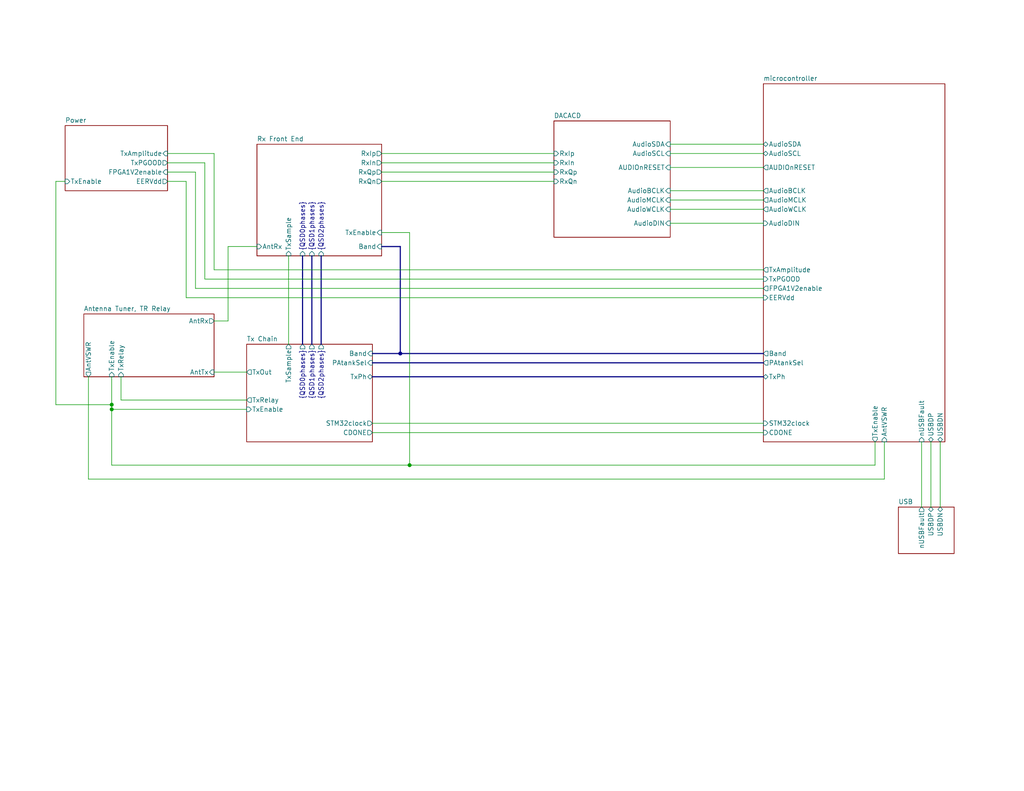
<source format=kicad_sch>
(kicad_sch
	(version 20250114)
	(generator "eeschema")
	(generator_version "9.0")
	(uuid "8ae46c04-d01a-4756-8774-512b694bfaff")
	(paper "USLetter")
	(title_block
		(title "Top Level")
		(date "2025-08-10")
		(company "WB7NAB")
		(comment 1 "Alan Mimms")
	)
	(lib_symbols)
	(bus_alias "Band"
		(members "160m" "80m" "60m" "40m" "30m" "20m" "17m" "15m" "12m" "10m")
	)
	(junction
		(at 30.48 110.49)
		(diameter 0)
		(color 0 0 0 0)
		(uuid "29b9a641-d4bf-48b2-b543-3f81c14221b8")
	)
	(junction
		(at 111.76 127)
		(diameter 0)
		(color 0 0 0 0)
		(uuid "51231d7a-0f8d-4f76-81a5-0bd0f34d0f24")
	)
	(junction
		(at 30.48 111.76)
		(diameter 0)
		(color 0 0 0 0)
		(uuid "f5f3abce-fecf-4441-b786-9f9d061c18c1")
	)
	(junction
		(at 109.22 96.52)
		(diameter 0)
		(color 0 0 0 0)
		(uuid "f97e36ab-1b1f-4a51-bf0e-801273913add")
	)
	(wire
		(pts
			(xy 111.76 127) (xy 238.76 127)
		)
		(stroke
			(width 0)
			(type default)
		)
		(uuid "01384a73-3254-41bc-97e3-a33fd9ccb041")
	)
	(wire
		(pts
			(xy 50.8 49.53) (xy 45.72 49.53)
		)
		(stroke
			(width 0)
			(type default)
		)
		(uuid "06531d11-19fe-4061-b304-d090a69ef845")
	)
	(wire
		(pts
			(xy 67.31 109.22) (xy 33.02 109.22)
		)
		(stroke
			(width 0)
			(type default)
		)
		(uuid "074d19fb-75c0-45e0-a292-33dd2c3d15a4")
	)
	(wire
		(pts
			(xy 55.88 76.2) (xy 55.88 44.45)
		)
		(stroke
			(width 0)
			(type default)
		)
		(uuid "087aa400-e84d-4b2d-9dda-43ae3014f9c1")
	)
	(wire
		(pts
			(xy 53.34 46.99) (xy 53.34 78.74)
		)
		(stroke
			(width 0)
			(type default)
		)
		(uuid "17a6b399-ea9b-438f-a1ab-6d517689edeb")
	)
	(wire
		(pts
			(xy 62.23 67.31) (xy 62.23 87.63)
		)
		(stroke
			(width 0)
			(type default)
		)
		(uuid "191658a4-f40a-4e54-989e-7ce212bcd7ff")
	)
	(wire
		(pts
			(xy 58.42 73.66) (xy 58.42 41.91)
		)
		(stroke
			(width 0)
			(type default)
		)
		(uuid "28b7a1ed-6a2b-42c8-8ee0-a687b7233afa")
	)
	(wire
		(pts
			(xy 30.48 102.87) (xy 30.48 110.49)
		)
		(stroke
			(width 0)
			(type default)
		)
		(uuid "2a11caa1-0bb4-4db7-bc11-5b39598d2fcc")
	)
	(wire
		(pts
			(xy 58.42 101.6) (xy 67.31 101.6)
		)
		(stroke
			(width 0)
			(type default)
		)
		(uuid "2b38e887-83d5-4a9d-ba15-b54c2da8b44d")
	)
	(wire
		(pts
			(xy 30.48 110.49) (xy 30.48 111.76)
		)
		(stroke
			(width 0)
			(type default)
		)
		(uuid "2d090188-7ef3-4b2f-a940-dcd5bf7d77c9")
	)
	(wire
		(pts
			(xy 104.14 46.99) (xy 151.13 46.99)
		)
		(stroke
			(width 0)
			(type default)
		)
		(uuid "2edbdfe8-3ee8-4f85-ac28-e5a2b3236e68")
	)
	(wire
		(pts
			(xy 30.48 111.76) (xy 67.31 111.76)
		)
		(stroke
			(width 0)
			(type default)
		)
		(uuid "355fe3df-87dd-422c-9fed-c0443311d7ad")
	)
	(wire
		(pts
			(xy 30.48 127) (xy 30.48 111.76)
		)
		(stroke
			(width 0)
			(type default)
		)
		(uuid "3584cd0d-2914-42ff-a24a-bdd516366eb7")
	)
	(wire
		(pts
			(xy 33.02 109.22) (xy 33.02 102.87)
		)
		(stroke
			(width 0)
			(type default)
		)
		(uuid "362fe088-c4f3-4971-b249-bda8fccf6528")
	)
	(wire
		(pts
			(xy 182.88 60.96) (xy 208.28 60.96)
		)
		(stroke
			(width 0)
			(type default)
		)
		(uuid "3a8ec06f-59b4-493b-bc13-3f7a3757eeff")
	)
	(wire
		(pts
			(xy 182.88 57.15) (xy 208.28 57.15)
		)
		(stroke
			(width 0)
			(type default)
		)
		(uuid "3b2f6d97-51f0-4ee9-b7df-ead96c745b1b")
	)
	(wire
		(pts
			(xy 182.88 45.72) (xy 208.28 45.72)
		)
		(stroke
			(width 0)
			(type default)
		)
		(uuid "477ce4f9-6fce-4dec-8127-0b788b203bc3")
	)
	(bus
		(pts
			(xy 101.6 99.06) (xy 208.28 99.06)
		)
		(stroke
			(width 0)
			(type default)
		)
		(uuid "4b933fd3-3ee4-43f1-8866-c61ba2039085")
	)
	(bus
		(pts
			(xy 101.6 102.87) (xy 208.28 102.87)
		)
		(stroke
			(width 0)
			(type default)
		)
		(uuid "4e057f19-bc02-4fb4-93a9-688a0ca2176f")
	)
	(wire
		(pts
			(xy 24.13 130.81) (xy 24.13 102.87)
		)
		(stroke
			(width 0)
			(type default)
		)
		(uuid "4e97ac2d-3c3f-46fd-9948-e376ff752f71")
	)
	(wire
		(pts
			(xy 182.88 52.07) (xy 208.28 52.07)
		)
		(stroke
			(width 0)
			(type default)
		)
		(uuid "59b8493b-3559-4f23-a9d9-23190f7e93c5")
	)
	(bus
		(pts
			(xy 104.14 67.31) (xy 109.22 67.31)
		)
		(stroke
			(width 0)
			(type default)
		)
		(uuid "59bcb18a-ac7d-4e04-90af-d6cb014e99e1")
	)
	(wire
		(pts
			(xy 208.28 73.66) (xy 58.42 73.66)
		)
		(stroke
			(width 0)
			(type default)
		)
		(uuid "60b08751-160b-4533-bba2-c53e09ec7858")
	)
	(wire
		(pts
			(xy 254 120.65) (xy 254 138.43)
		)
		(stroke
			(width 0)
			(type default)
		)
		(uuid "67b2c4fa-5f4f-4054-af0a-03483f5518dc")
	)
	(wire
		(pts
			(xy 256.54 120.65) (xy 256.54 138.43)
		)
		(stroke
			(width 0)
			(type default)
		)
		(uuid "6b51f6fb-3118-4a96-aa94-06911b7eaac9")
	)
	(wire
		(pts
			(xy 182.88 54.61) (xy 208.28 54.61)
		)
		(stroke
			(width 0)
			(type default)
		)
		(uuid "754570bd-3d31-4c1f-b6e8-5ab9ae5229a0")
	)
	(wire
		(pts
			(xy 15.24 110.49) (xy 30.48 110.49)
		)
		(stroke
			(width 0)
			(type default)
		)
		(uuid "78418ebe-da14-4493-bf20-8ce55261b6f4")
	)
	(wire
		(pts
			(xy 241.3 130.81) (xy 241.3 120.65)
		)
		(stroke
			(width 0)
			(type default)
		)
		(uuid "7c958811-e36c-4387-8153-bd2a69b2203f")
	)
	(wire
		(pts
			(xy 238.76 120.65) (xy 238.76 127)
		)
		(stroke
			(width 0)
			(type default)
		)
		(uuid "854ee2f1-2921-49d5-86e8-09d73b88f42a")
	)
	(wire
		(pts
			(xy 17.78 49.53) (xy 15.24 49.53)
		)
		(stroke
			(width 0)
			(type default)
		)
		(uuid "8e7f031f-5f26-495d-971b-d3c09633590e")
	)
	(wire
		(pts
			(xy 30.48 127) (xy 111.76 127)
		)
		(stroke
			(width 0)
			(type default)
		)
		(uuid "8ecde796-6442-4070-a1cb-60247d4db2ac")
	)
	(wire
		(pts
			(xy 182.88 41.91) (xy 208.28 41.91)
		)
		(stroke
			(width 0)
			(type default)
		)
		(uuid "92c57cd0-26ac-4026-9c4e-621fd70d4a52")
	)
	(bus
		(pts
			(xy 82.55 69.85) (xy 82.55 93.98)
		)
		(stroke
			(width 0)
			(type default)
		)
		(uuid "97002148-9ddd-4a8b-85b8-4de2cd77966b")
	)
	(wire
		(pts
			(xy 182.88 39.37) (xy 208.28 39.37)
		)
		(stroke
			(width 0)
			(type default)
		)
		(uuid "9a100653-ad87-46a7-953f-7ba99d23176f")
	)
	(bus
		(pts
			(xy 109.22 67.31) (xy 109.22 96.52)
		)
		(stroke
			(width 0)
			(type default)
		)
		(uuid "9eb5288b-0dee-4db9-8b34-c9731d143a3e")
	)
	(wire
		(pts
			(xy 45.72 41.91) (xy 58.42 41.91)
		)
		(stroke
			(width 0)
			(type default)
		)
		(uuid "a2e6489a-1fb0-40f3-ad2d-2a47eec5620d")
	)
	(wire
		(pts
			(xy 45.72 44.45) (xy 55.88 44.45)
		)
		(stroke
			(width 0)
			(type default)
		)
		(uuid "a48ec57f-948b-4198-8b5e-12d2f18607ce")
	)
	(wire
		(pts
			(xy 50.8 81.28) (xy 50.8 49.53)
		)
		(stroke
			(width 0)
			(type default)
		)
		(uuid "aa955503-a7e9-487c-931f-7d104b4685f4")
	)
	(bus
		(pts
			(xy 87.63 69.85) (xy 87.63 93.98)
		)
		(stroke
			(width 0)
			(type default)
		)
		(uuid "ad8f2e48-3419-44ea-8ea3-2af9721921d8")
	)
	(bus
		(pts
			(xy 109.22 96.52) (xy 208.28 96.52)
		)
		(stroke
			(width 0)
			(type default)
		)
		(uuid "ae0bc9d6-e044-49bf-a376-80bbd5564ae6")
	)
	(wire
		(pts
			(xy 104.14 41.91) (xy 151.13 41.91)
		)
		(stroke
			(width 0)
			(type default)
		)
		(uuid "aeb2bdfd-b2f1-41b3-8cbb-d5d3264e25da")
	)
	(wire
		(pts
			(xy 58.42 87.63) (xy 62.23 87.63)
		)
		(stroke
			(width 0)
			(type default)
		)
		(uuid "b00edab0-40da-4e3e-8132-15341ff6f5ac")
	)
	(wire
		(pts
			(xy 78.74 69.85) (xy 78.74 93.98)
		)
		(stroke
			(width 0)
			(type default)
		)
		(uuid "b3c1326a-129b-4655-b79b-02da47fc5ad1")
	)
	(wire
		(pts
			(xy 208.28 81.28) (xy 50.8 81.28)
		)
		(stroke
			(width 0)
			(type default)
		)
		(uuid "b9ba44cc-5d51-4f8e-ad6e-65d1826a218f")
	)
	(wire
		(pts
			(xy 208.28 76.2) (xy 55.88 76.2)
		)
		(stroke
			(width 0)
			(type default)
		)
		(uuid "bbba324a-0800-400c-b979-d2a230822fcf")
	)
	(wire
		(pts
			(xy 104.14 49.53) (xy 151.13 49.53)
		)
		(stroke
			(width 0)
			(type default)
		)
		(uuid "bfaee79e-ebcb-4da4-b34d-53e22152c43e")
	)
	(bus
		(pts
			(xy 85.09 69.85) (xy 85.09 93.98)
		)
		(stroke
			(width 0)
			(type default)
		)
		(uuid "c1841627-e520-4cc1-9c0f-8016374d31ac")
	)
	(wire
		(pts
			(xy 251.46 120.65) (xy 251.46 138.43)
		)
		(stroke
			(width 0)
			(type default)
		)
		(uuid "cf3da541-b74d-447d-9858-875ba185afb5")
	)
	(wire
		(pts
			(xy 101.6 115.57) (xy 208.28 115.57)
		)
		(stroke
			(width 0)
			(type default)
		)
		(uuid "d13969df-01d1-4444-9090-59125aebd714")
	)
	(wire
		(pts
			(xy 53.34 78.74) (xy 208.28 78.74)
		)
		(stroke
			(width 0)
			(type default)
		)
		(uuid "d52df787-442e-4622-8f4c-12e22a55cd4c")
	)
	(wire
		(pts
			(xy 101.6 118.11) (xy 208.28 118.11)
		)
		(stroke
			(width 0)
			(type default)
		)
		(uuid "d89e87b6-ad76-41b8-894a-31bef0cd533d")
	)
	(wire
		(pts
			(xy 104.14 63.5) (xy 111.76 63.5)
		)
		(stroke
			(width 0)
			(type default)
		)
		(uuid "daaf15a5-980e-47b3-866c-97048034da56")
	)
	(wire
		(pts
			(xy 15.24 49.53) (xy 15.24 110.49)
		)
		(stroke
			(width 0)
			(type default)
		)
		(uuid "dfce703d-8ad5-452b-82d3-584d0f6f3c7c")
	)
	(wire
		(pts
			(xy 62.23 67.31) (xy 70.104 67.31)
		)
		(stroke
			(width 0)
			(type default)
		)
		(uuid "e0e1eb72-647e-488f-82e6-4d3ea9d8d891")
	)
	(bus
		(pts
			(xy 101.6 96.52) (xy 109.22 96.52)
		)
		(stroke
			(width 0)
			(type default)
		)
		(uuid "e26c0ea1-86e2-4261-ba42-d364aebaeb18")
	)
	(wire
		(pts
			(xy 24.13 130.81) (xy 241.3 130.81)
		)
		(stroke
			(width 0)
			(type default)
		)
		(uuid "ed8886bd-18b6-45b3-8d19-97775f38caa3")
	)
	(wire
		(pts
			(xy 45.72 46.99) (xy 53.34 46.99)
		)
		(stroke
			(width 0)
			(type default)
		)
		(uuid "f2dd8e8f-fde3-4c1a-a053-cf185169b0d3")
	)
	(wire
		(pts
			(xy 111.76 63.5) (xy 111.76 127)
		)
		(stroke
			(width 0)
			(type default)
		)
		(uuid "f4fcb168-03fe-4242-b93b-a91a069726c1")
	)
	(wire
		(pts
			(xy 104.14 44.45) (xy 151.13 44.45)
		)
		(stroke
			(width 0)
			(type default)
		)
		(uuid "f57d48f9-d0b6-4ff5-a04d-cb3fde7537df")
	)
	(sheet
		(at 70.104 39.37)
		(size 34.036 30.48)
		(exclude_from_sim no)
		(in_bom yes)
		(on_board yes)
		(dnp no)
		(fields_autoplaced yes)
		(stroke
			(width 0.1524)
			(type solid)
		)
		(fill
			(color 0 0 0 0.0000)
		)
		(uuid "0ee31834-a2c3-474b-9f7c-c9b4f3cadb3f")
		(property "Sheetname" "Rx Front End"
			(at 70.104 38.6584 0)
			(effects
				(font
					(size 1.27 1.27)
				)
				(justify left bottom)
			)
		)
		(property "Sheetfile" "rx-signal-chain.kicad_sch"
			(at 70.104 70.4346 0)
			(effects
				(font
					(size 1.27 1.27)
				)
				(justify left top)
				(hide yes)
			)
		)
		(pin "RxIn" output
			(at 104.14 44.45 0)
			(uuid "f1fc0105-4913-487e-874d-14d0f782b619")
			(effects
				(font
					(size 1.27 1.27)
				)
				(justify right)
			)
		)
		(pin "RxIp" output
			(at 104.14 41.91 0)
			(uuid "6ff93555-1e85-4cb3-b33a-3a2902b0d5ea")
			(effects
				(font
					(size 1.27 1.27)
				)
				(justify right)
			)
		)
		(pin "RxQn" output
			(at 104.14 49.53 0)
			(uuid "dae8dff1-56e1-41fa-b3ca-2c0560bd65f4")
			(effects
				(font
					(size 1.27 1.27)
				)
				(justify right)
			)
		)
		(pin "RxQp" output
			(at 104.14 46.99 0)
			(uuid "6e9f2cc9-c51f-4a48-9c27-870d48b67ae2")
			(effects
				(font
					(size 1.27 1.27)
				)
				(justify right)
			)
		)
		(pin "TxSample" input
			(at 78.74 69.85 270)
			(uuid "31ae95ab-5f24-40f9-b178-c1f7237576f1")
			(effects
				(font
					(size 1.27 1.27)
				)
				(justify left)
			)
		)
		(pin "TxEnable" input
			(at 104.14 63.5 0)
			(uuid "3206ee2a-b065-4b69-82b1-e407585c856d")
			(effects
				(font
					(size 1.27 1.27)
				)
				(justify right)
			)
		)
		(pin "AntRx" input
			(at 70.104 67.31 180)
			(uuid "aeb3442c-3f44-45c9-a41b-f86ea4266295")
			(effects
				(font
					(size 1.27 1.27)
				)
				(justify left)
			)
		)
		(pin "Band" input
			(at 104.14 67.31 0)
			(uuid "9f35729f-b373-41db-b465-286f8a586f3a")
			(effects
				(font
					(size 1.27 1.27)
				)
				(justify right)
			)
		)
		(pin "{QSD0phases}" input
			(at 82.55 69.85 270)
			(uuid "a927e019-2e48-4288-96de-5421c53f3e5f")
			(effects
				(font
					(size 1.27 1.27)
				)
				(justify left)
			)
		)
		(pin "{QSD1phases}" input
			(at 85.09 69.85 270)
			(uuid "d93a70c2-56eb-4952-bd5e-f163ad64550b")
			(effects
				(font
					(size 1.27 1.27)
				)
				(justify left)
			)
		)
		(pin "{QSD2phases}" input
			(at 87.63 69.85 270)
			(uuid "87355c32-6bdf-4fc3-b67f-485bc27fb5a8")
			(effects
				(font
					(size 1.27 1.27)
				)
				(justify left)
			)
		)
		(instances
			(project "USB-SSB-txcvr"
				(path "/8ae46c04-d01a-4756-8774-512b694bfaff"
					(page "3")
				)
			)
		)
	)
	(sheet
		(at 22.86 85.725)
		(size 35.56 17.145)
		(exclude_from_sim no)
		(in_bom yes)
		(on_board yes)
		(dnp no)
		(fields_autoplaced yes)
		(stroke
			(width 0.1524)
			(type solid)
		)
		(fill
			(color 0 0 0 0.0000)
		)
		(uuid "1ffb1160-1891-4fab-821d-83a4f4ddba5b")
		(property "Sheetname" "Antenna Tuner, TR Relay"
			(at 22.86 85.0134 0)
			(effects
				(font
					(size 1.27 1.27)
				)
				(justify left bottom)
			)
		)
		(property "Sheetfile" "ant.kicad_sch"
			(at 22.86 103.4546 0)
			(effects
				(font
					(size 1.27 1.27)
				)
				(justify left top)
				(hide yes)
			)
		)
		(pin "AntRx" output
			(at 58.42 87.63 0)
			(uuid "5fdd15f8-7aa7-4a92-b996-0a2e20c830f0")
			(effects
				(font
					(size 1.27 1.27)
				)
				(justify right)
			)
		)
		(pin "AntTx" input
			(at 58.42 101.6 0)
			(uuid "a8fb8bfb-0b5e-4d6e-abf7-23823cd897ba")
			(effects
				(font
					(size 1.27 1.27)
				)
				(justify right)
			)
		)
		(pin "TxEnable" input
			(at 30.48 102.87 270)
			(uuid "22a360e8-32bc-4bff-ae70-9f96aba3139a")
			(effects
				(font
					(size 1.27 1.27)
				)
				(justify left)
			)
		)
		(pin "AntVSWR" output
			(at 24.13 102.87 270)
			(uuid "4a6b9c85-61d2-43f3-b967-c92226b01439")
			(effects
				(font
					(size 1.27 1.27)
				)
				(justify left)
			)
		)
		(pin "TxRelay" input
			(at 33.02 102.87 270)
			(uuid "2852102d-93ce-4c4f-aa77-1ac5d1a9cfbf")
			(effects
				(font
					(size 1.27 1.27)
				)
				(justify left)
			)
		)
		(instances
			(project "USB-SSB-txcvr"
				(path "/8ae46c04-d01a-4756-8774-512b694bfaff"
					(page "7")
				)
			)
		)
	)
	(sheet
		(at 67.31 93.98)
		(size 34.29 26.67)
		(exclude_from_sim no)
		(in_bom yes)
		(on_board yes)
		(dnp no)
		(fields_autoplaced yes)
		(stroke
			(width 0.1524)
			(type solid)
		)
		(fill
			(color 0 0 0 0.0000)
		)
		(uuid "2406d03c-531b-4eaf-8b4b-4b266b9d0f2b")
		(property "Sheetname" "Tx Chain"
			(at 67.31 93.2684 0)
			(effects
				(font
					(size 1.27 1.27)
				)
				(justify left bottom)
			)
		)
		(property "Sheetfile" "tx-signal-chain.kicad_sch"
			(at 67.31 121.2346 0)
			(effects
				(font
					(size 1.27 1.27)
				)
				(justify left top)
				(hide yes)
			)
		)
		(pin "TxOut" output
			(at 67.31 101.6 180)
			(uuid "9ac80ba2-73a6-469b-afb1-280782d04e33")
			(effects
				(font
					(size 1.27 1.27)
				)
				(justify left)
			)
		)
		(pin "TxPh" bidirectional
			(at 101.6 102.87 0)
			(uuid "58150612-0158-44f0-ae44-f259d9de0ff3")
			(effects
				(font
					(size 1.27 1.27)
				)
				(justify right)
			)
		)
		(pin "Band" input
			(at 101.6 96.52 0)
			(uuid "23388adf-6f5f-4218-a7d9-384bbe09a558")
			(effects
				(font
					(size 1.27 1.27)
				)
				(justify right)
			)
		)
		(pin "PAtankSel" input
			(at 101.6 99.06 0)
			(uuid "f762b7eb-b9ea-4c50-a4f4-920c2ebe433f")
			(effects
				(font
					(size 1.27 1.27)
				)
				(justify right)
			)
		)
		(pin "TxSample" output
			(at 78.74 93.98 90)
			(uuid "24e01d6c-ebdd-4375-977c-54c85a475b16")
			(effects
				(font
					(size 1.27 1.27)
				)
				(justify right)
			)
		)
		(pin "STM32clock" output
			(at 101.6 115.57 0)
			(uuid "3bd82202-1f7d-494b-a1d0-83d9d61e8195")
			(effects
				(font
					(size 1.27 1.27)
				)
				(justify right)
			)
		)
		(pin "TxEnable" input
			(at 67.31 111.76 180)
			(uuid "62f48d20-7497-4d49-bf01-9bb01d15d2f5")
			(effects
				(font
					(size 1.27 1.27)
				)
				(justify left)
			)
		)
		(pin "TxRelay" output
			(at 67.31 109.22 180)
			(uuid "6c8e341e-6b5b-4e80-9694-067e59883426")
			(effects
				(font
					(size 1.27 1.27)
				)
				(justify left)
			)
		)
		(pin "CDONE" output
			(at 101.6 118.11 0)
			(uuid "2b01d991-1844-49fa-9607-6189da98647c")
			(effects
				(font
					(size 1.27 1.27)
				)
				(justify right)
			)
		)
		(pin "{QSD0phases}" output
			(at 82.55 93.98 90)
			(uuid "49aab2e9-91df-418d-9c94-555467989dc2")
			(effects
				(font
					(size 1.27 1.27)
				)
				(justify right)
			)
		)
		(pin "{QSD1phases}" output
			(at 85.09 93.98 90)
			(uuid "136a778a-e39d-4a49-90a6-793d982a4463")
			(effects
				(font
					(size 1.27 1.27)
				)
				(justify right)
			)
		)
		(pin "{QSD2phases}" output
			(at 87.63 93.98 90)
			(uuid "f224078c-1b35-450e-9557-3d2ec04c8043")
			(effects
				(font
					(size 1.27 1.27)
				)
				(justify right)
			)
		)
		(instances
			(project "USB-SSB-txcvr"
				(path "/8ae46c04-d01a-4756-8774-512b694bfaff"
					(page "4")
				)
			)
		)
	)
	(sheet
		(at 245.11 138.43)
		(size 15.24 12.7)
		(exclude_from_sim no)
		(in_bom yes)
		(on_board yes)
		(dnp no)
		(fields_autoplaced yes)
		(stroke
			(width 0.1524)
			(type solid)
		)
		(fill
			(color 0 0 0 0.0000)
		)
		(uuid "989674b0-a935-4352-9502-d92e0c9bb54e")
		(property "Sheetname" "USB"
			(at 245.11 137.7184 0)
			(effects
				(font
					(size 1.27 1.27)
				)
				(justify left bottom)
			)
		)
		(property "Sheetfile" "usb.kicad_sch"
			(at 245.11 151.7146 0)
			(effects
				(font
					(size 1.27 1.27)
				)
				(justify left top)
				(hide yes)
			)
		)
		(pin "USBDP" bidirectional
			(at 254 138.43 90)
			(uuid "264552e9-321a-42da-bd86-d950cfb43272")
			(effects
				(font
					(size 1.27 1.27)
				)
				(justify right)
			)
		)
		(pin "nUSBFault" output
			(at 251.46 138.43 90)
			(uuid "424296fd-6bcc-4a58-b179-2009e5dc21ea")
			(effects
				(font
					(size 1.27 1.27)
				)
				(justify right)
			)
		)
		(pin "USBDN" bidirectional
			(at 256.54 138.43 90)
			(uuid "6860df71-2c55-4e03-83b2-5588b5d83125")
			(effects
				(font
					(size 1.27 1.27)
				)
				(justify right)
			)
		)
		(instances
			(project "USB-SSB-txcvr"
				(path "/8ae46c04-d01a-4756-8774-512b694bfaff"
					(page "6")
				)
			)
		)
	)
	(sheet
		(at 151.13 33.02)
		(size 31.75 31.75)
		(exclude_from_sim no)
		(in_bom yes)
		(on_board yes)
		(dnp no)
		(fields_autoplaced yes)
		(stroke
			(width 0.1524)
			(type solid)
		)
		(fill
			(color 0 0 0 0.0000)
		)
		(uuid "b2f84e19-834c-4e66-9c40-3d2adff3404a")
		(property "Sheetname" "DACACD"
			(at 151.13 32.3084 0)
			(effects
				(font
					(size 1.27 1.27)
				)
				(justify left bottom)
			)
		)
		(property "Sheetfile" "DAC.kicad_sch"
			(at 151.13 65.3546 0)
			(effects
				(font
					(size 1.27 1.27)
				)
				(justify left top)
				(hide yes)
			)
		)
		(pin "RxIn" input
			(at 151.13 44.45 180)
			(uuid "9039efcb-4a40-460c-82e3-9c30dc4bb687")
			(effects
				(font
					(size 1.27 1.27)
				)
				(justify left)
			)
		)
		(pin "RxIp" input
			(at 151.13 41.91 180)
			(uuid "a934958f-a335-4797-881c-12036a64663c")
			(effects
				(font
					(size 1.27 1.27)
				)
				(justify left)
			)
		)
		(pin "RxQn" input
			(at 151.13 49.53 180)
			(uuid "fcb04711-1fdd-4ba8-8e6c-b1c8d6739715")
			(effects
				(font
					(size 1.27 1.27)
				)
				(justify left)
			)
		)
		(pin "RxQp" input
			(at 151.13 46.99 180)
			(uuid "91705241-0eb8-4f62-bc33-228a1e6fab93")
			(effects
				(font
					(size 1.27 1.27)
				)
				(justify left)
			)
		)
		(pin "AudioBCLK" input
			(at 182.88 52.07 0)
			(uuid "e4df2507-a141-4c37-92db-a26738252bbf")
			(effects
				(font
					(size 1.27 1.27)
				)
				(justify right)
			)
		)
		(pin "AudioDIN" input
			(at 182.88 60.96 0)
			(uuid "47bd7ce5-d559-45e8-bc2c-75cb20d3db45")
			(effects
				(font
					(size 1.27 1.27)
				)
				(justify right)
			)
		)
		(pin "AudioSCL" input
			(at 182.88 41.91 0)
			(uuid "bc7065e9-69f9-4eee-b5fd-d64b1258f85e")
			(effects
				(font
					(size 1.27 1.27)
				)
				(justify right)
			)
		)
		(pin "AudioSDA" input
			(at 182.88 39.37 0)
			(uuid "d8766cfa-38fb-41cc-b8d8-9a13a1c39a2c")
			(effects
				(font
					(size 1.27 1.27)
				)
				(justify right)
			)
		)
		(pin "AUDIOnRESET" input
			(at 182.88 45.72 0)
			(uuid "2007dba9-9c35-44f6-85fd-6017de27a165")
			(effects
				(font
					(size 1.27 1.27)
				)
				(justify right)
			)
		)
		(pin "AudioMCLK" input
			(at 182.88 54.61 0)
			(uuid "f37604a3-04f6-46a8-8faa-ed15319a6dcf")
			(effects
				(font
					(size 1.27 1.27)
				)
				(justify right)
			)
		)
		(pin "AudioWCLK" input
			(at 182.88 57.15 0)
			(uuid "2c10826c-f230-4458-9b9a-9fde06f4ab10")
			(effects
				(font
					(size 1.27 1.27)
				)
				(justify right)
			)
		)
		(instances
			(project "USB-SSB-txcvr"
				(path "/8ae46c04-d01a-4756-8774-512b694bfaff"
					(page "5")
				)
			)
		)
	)
	(sheet
		(at 208.28 22.86)
		(size 49.53 97.79)
		(exclude_from_sim no)
		(in_bom yes)
		(on_board yes)
		(dnp no)
		(fields_autoplaced yes)
		(stroke
			(width 0.1524)
			(type solid)
		)
		(fill
			(color 0 0 0 0.0000)
		)
		(uuid "c32f5700-dc71-4705-afb9-ca83a93b0543")
		(property "Sheetname" "microcontroller"
			(at 208.28 22.1484 0)
			(effects
				(font
					(size 1.27 1.27)
				)
				(justify left bottom)
			)
		)
		(property "Sheetfile" "microcontroller.kicad_sch"
			(at 208.28 121.2346 0)
			(effects
				(font
					(size 1.27 1.27)
				)
				(justify left top)
				(hide yes)
			)
		)
		(pin "Band" output
			(at 208.28 96.52 180)
			(uuid "cf564875-9c51-4043-a53d-0df451fce259")
			(effects
				(font
					(size 1.27 1.27)
				)
				(justify left)
			)
		)
		(pin "TxAmplitude" output
			(at 208.28 73.66 180)
			(uuid "43d7d88c-6045-4144-ab9f-61f20a922748")
			(effects
				(font
					(size 1.27 1.27)
				)
				(justify left)
			)
		)
		(pin "TxPh" bidirectional
			(at 208.28 102.87 180)
			(uuid "66f700e3-8ad7-4306-a6a7-352d6bf4fc87")
			(effects
				(font
					(size 1.27 1.27)
				)
				(justify left)
			)
		)
		(pin "AUDIOnRESET" output
			(at 208.28 45.72 180)
			(uuid "f95d9d71-22be-4f19-9dec-2e508fc540cc")
			(effects
				(font
					(size 1.27 1.27)
				)
				(justify left)
			)
		)
		(pin "PAtankSel" output
			(at 208.28 99.06 180)
			(uuid "1c801035-3350-43b4-87b7-d6ec6a688087")
			(effects
				(font
					(size 1.27 1.27)
				)
				(justify left)
			)
		)
		(pin "TxPGOOD" input
			(at 208.28 76.2 180)
			(uuid "4a41a60a-935e-47ca-9eef-c59aa4612b14")
			(effects
				(font
					(size 1.27 1.27)
				)
				(justify left)
			)
		)
		(pin "STM32clock" input
			(at 208.28 115.57 180)
			(uuid "e854f716-da84-47cc-a51e-255ae1ef1c84")
			(effects
				(font
					(size 1.27 1.27)
				)
				(justify left)
			)
		)
		(pin "AntVSWR" input
			(at 241.3 120.65 270)
			(uuid "f5ffc838-a1bb-4d54-8d4d-6bcc9eb1ceec")
			(effects
				(font
					(size 1.27 1.27)
				)
				(justify left)
			)
		)
		(pin "TxEnable" output
			(at 238.76 120.65 270)
			(uuid "6475710a-5511-4c0e-bc9d-5a3557991338")
			(effects
				(font
					(size 1.27 1.27)
				)
				(justify left)
			)
		)
		(pin "USBDN" bidirectional
			(at 256.54 120.65 270)
			(uuid "8f44e22a-002e-4f67-8c28-89ad82a3245b")
			(effects
				(font
					(size 1.27 1.27)
				)
				(justify left)
			)
		)
		(pin "USBDP" bidirectional
			(at 254 120.65 270)
			(uuid "2a899b37-7f6f-4e26-a417-7734b4ac8711")
			(effects
				(font
					(size 1.27 1.27)
				)
				(justify left)
			)
		)
		(pin "nUSBFault" input
			(at 251.46 120.65 270)
			(uuid "413e59b5-2e3f-4462-83e6-8f6a8f435fd1")
			(effects
				(font
					(size 1.27 1.27)
				)
				(justify left)
			)
		)
		(pin "CDONE" input
			(at 208.28 118.11 180)
			(uuid "6706bdb1-cff5-4f0b-94bd-a4032d74c7c8")
			(effects
				(font
					(size 1.27 1.27)
				)
				(justify left)
			)
		)
		(pin "FPGA1V2enable" output
			(at 208.28 78.74 180)
			(uuid "4769f232-7303-46fb-93c5-375e95561655")
			(effects
				(font
					(size 1.27 1.27)
				)
				(justify left)
			)
		)
		(pin "AudioSCL" bidirectional
			(at 208.28 41.91 180)
			(uuid "389ee259-bffc-4ceb-a2b1-178e7ab30cc3")
			(effects
				(font
					(size 1.27 1.27)
				)
				(justify left)
			)
		)
		(pin "AudioSDA" bidirectional
			(at 208.28 39.37 180)
			(uuid "68a3c4da-74b7-4578-b5bf-2249bbe87dba")
			(effects
				(font
					(size 1.27 1.27)
				)
				(justify left)
			)
		)
		(pin "AudioBCLK" output
			(at 208.28 52.07 180)
			(uuid "92c6f2e2-b86f-4d73-a957-6d7bbe6ba3e4")
			(effects
				(font
					(size 1.27 1.27)
				)
				(justify left)
			)
		)
		(pin "AudioDIN" input
			(at 208.28 60.96 180)
			(uuid "53a2027e-5c71-45ac-af27-07d0d65c311b")
			(effects
				(font
					(size 1.27 1.27)
				)
				(justify left)
			)
		)
		(pin "AudioMCLK" output
			(at 208.28 54.61 180)
			(uuid "a747b3ae-38ae-44a8-b01e-81ef3b3d77bf")
			(effects
				(font
					(size 1.27 1.27)
				)
				(justify left)
			)
		)
		(pin "AudioWCLK" output
			(at 208.28 57.15 180)
			(uuid "b7ffb75d-8c71-4876-b846-36c296853f68")
			(effects
				(font
					(size 1.27 1.27)
				)
				(justify left)
			)
		)
		(pin "EERVdd" input
			(at 208.28 81.28 180)
			(uuid "094fe206-2484-4368-9cec-5c22a7cb930f")
			(effects
				(font
					(size 1.27 1.27)
				)
				(justify left)
			)
		)
		(instances
			(project "USB-SSB-txcvr"
				(path "/8ae46c04-d01a-4756-8774-512b694bfaff"
					(page "2")
				)
			)
		)
	)
	(sheet
		(at 17.78 34.29)
		(size 27.94 17.78)
		(exclude_from_sim no)
		(in_bom yes)
		(on_board yes)
		(dnp no)
		(fields_autoplaced yes)
		(stroke
			(width 0.1524)
			(type solid)
		)
		(fill
			(color 0 0 0 0.0000)
		)
		(uuid "cbf7569b-90aa-4e1a-84a7-d4153f6242b6")
		(property "Sheetname" "Power"
			(at 17.78 33.5784 0)
			(effects
				(font
					(size 1.27 1.27)
				)
				(justify left bottom)
			)
		)
		(property "Sheetfile" "power.kicad_sch"
			(at 17.78 52.6546 0)
			(effects
				(font
					(size 1.27 1.27)
				)
				(justify left top)
				(hide yes)
			)
		)
		(pin "TxEnable" input
			(at 17.78 49.53 180)
			(uuid "84e22af7-45cf-4888-8d20-c8bb9a701b58")
			(effects
				(font
					(size 1.27 1.27)
				)
				(justify left)
			)
		)
		(pin "TxAmplitude" input
			(at 45.72 41.91 0)
			(uuid "9eba54c5-fa10-4e75-9b1a-c04a79b7b3ab")
			(effects
				(font
					(size 1.27 1.27)
				)
				(justify right)
			)
		)
		(pin "TxPGOOD" output
			(at 45.72 44.45 0)
			(uuid "975382f8-5de1-4f2e-b017-16cb7b3a7823")
			(effects
				(font
					(size 1.27 1.27)
				)
				(justify right)
			)
		)
		(pin "FPGA1V2enable" input
			(at 45.72 46.99 0)
			(uuid "f555efa2-aca6-4292-ad4a-31a0f9c8dea6")
			(effects
				(font
					(size 1.27 1.27)
				)
				(justify right)
			)
		)
		(pin "EERVdd" output
			(at 45.72 49.53 0)
			(uuid "8668b6bd-b05d-404b-afdb-b91e4925e009")
			(effects
				(font
					(size 1.27 1.27)
				)
				(justify right)
			)
		)
		(instances
			(project "USB-SSB-txcvr"
				(path "/8ae46c04-d01a-4756-8774-512b694bfaff"
					(page "18")
				)
			)
		)
	)
	(sheet_instances
		(path "/"
			(page "1")
		)
	)
	(embedded_fonts no)
)

</source>
